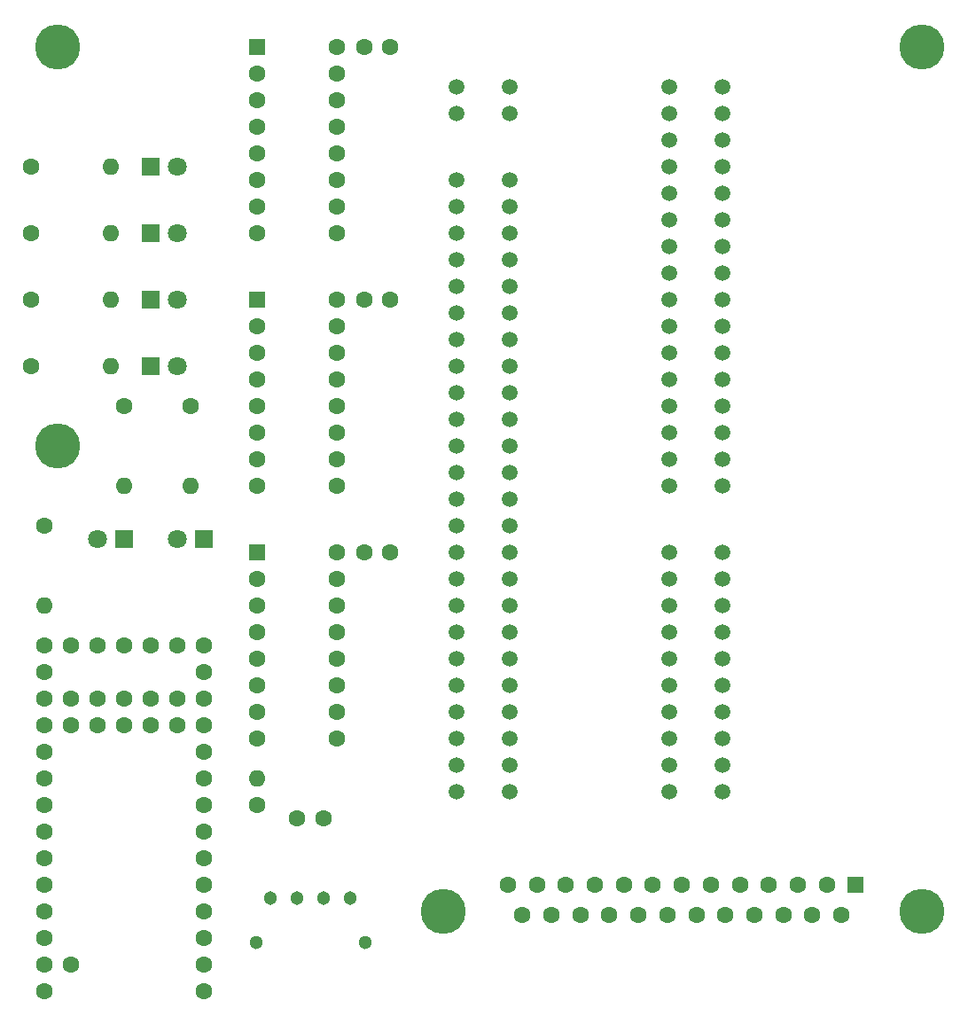
<source format=gbr>
%TF.GenerationSoftware,KiCad,Pcbnew,5.1.9-73d0e3b20d~88~ubuntu18.04.1*%
%TF.CreationDate,2021-04-18T22:58:03-04:00*%
%TF.ProjectId,spdif-decoder,73706469-662d-4646-9563-6f6465722e6b,rev?*%
%TF.SameCoordinates,Original*%
%TF.FileFunction,Soldermask,Top*%
%TF.FilePolarity,Negative*%
%FSLAX46Y46*%
G04 Gerber Fmt 4.6, Leading zero omitted, Abs format (unit mm)*
G04 Created by KiCad (PCBNEW 5.1.9-73d0e3b20d~88~ubuntu18.04.1) date 2021-04-18 22:58:03*
%MOMM*%
%LPD*%
G01*
G04 APERTURE LIST*
%ADD10C,4.300000*%
%ADD11C,1.600000*%
%ADD12R,1.600000X1.600000*%
%ADD13O,1.600000X1.600000*%
%ADD14C,1.500000*%
%ADD15C,1.300000*%
%ADD16C,1.303000*%
%ADD17C,1.800000*%
%ADD18R,1.800000X1.800000*%
G04 APERTURE END LIST*
D10*
%TO.C,REF\u002A\u002A*%
X144780000Y-153670000D03*
%TD*%
%TO.C,REF\u002A\u002A*%
X62230000Y-109220000D03*
%TD*%
%TO.C,REF\u002A\u002A*%
X144780000Y-71120000D03*
%TD*%
%TO.C,REF\u002A\u002A*%
X99060000Y-153670000D03*
%TD*%
%TO.C,REF\u002A\u002A*%
X62230000Y-71120000D03*
%TD*%
D11*
%TO.C,U1*%
X73660000Y-135890000D03*
X73660000Y-133350000D03*
X71120000Y-135890000D03*
X71120000Y-133350000D03*
X68580000Y-135890000D03*
X68580000Y-133350000D03*
X66040000Y-135890000D03*
X66040000Y-133350000D03*
X63500000Y-135890000D03*
X63500000Y-133350000D03*
X76200000Y-161290000D03*
X76200000Y-158750000D03*
X76200000Y-156210000D03*
X76200000Y-153670000D03*
X76200000Y-151130000D03*
X76200000Y-148590000D03*
X76200000Y-146050000D03*
X76200000Y-143510000D03*
X76200000Y-140970000D03*
X76200000Y-138430000D03*
X76200000Y-135890000D03*
X76200000Y-133350000D03*
X76200000Y-130810000D03*
X63500000Y-158750000D03*
X60960000Y-161290000D03*
X60960000Y-158750000D03*
X60960000Y-156210000D03*
X60960000Y-153670000D03*
X60960000Y-151130000D03*
X60960000Y-148590000D03*
X60960000Y-146050000D03*
X60960000Y-143510000D03*
X60960000Y-140970000D03*
X60960000Y-138430000D03*
X60960000Y-135890000D03*
X60960000Y-133350000D03*
X60960000Y-130810000D03*
X76200000Y-128270000D03*
X73660000Y-128270000D03*
X71120000Y-128270000D03*
X60960000Y-128270000D03*
X63500000Y-128270000D03*
X66040000Y-128270000D03*
X68580000Y-128270000D03*
%TD*%
%TO.C,U2*%
X88900000Y-88900000D03*
X81280000Y-88900000D03*
X88900000Y-71120000D03*
X88900000Y-73660000D03*
X88900000Y-76200000D03*
X88900000Y-78740000D03*
X88900000Y-81280000D03*
X88900000Y-83820000D03*
X88900000Y-86360000D03*
X81280000Y-86360000D03*
X81280000Y-83820000D03*
X81280000Y-81280000D03*
X81280000Y-78740000D03*
X81280000Y-76200000D03*
X81280000Y-73660000D03*
D12*
X81280000Y-71120000D03*
%TD*%
D11*
%TO.C,U3*%
X88900000Y-113030000D03*
X81280000Y-113030000D03*
X88900000Y-95250000D03*
X88900000Y-97790000D03*
X88900000Y-100330000D03*
X88900000Y-102870000D03*
X88900000Y-105410000D03*
X88900000Y-107950000D03*
X88900000Y-110490000D03*
X81280000Y-110490000D03*
X81280000Y-107950000D03*
X81280000Y-105410000D03*
X81280000Y-102870000D03*
X81280000Y-100330000D03*
X81280000Y-97790000D03*
D12*
X81280000Y-95250000D03*
%TD*%
D11*
%TO.C,U4*%
X88900000Y-137160000D03*
X81280000Y-137160000D03*
X88900000Y-119380000D03*
X88900000Y-121920000D03*
X88900000Y-124460000D03*
X88900000Y-127000000D03*
X88900000Y-129540000D03*
X88900000Y-132080000D03*
X88900000Y-134620000D03*
X81280000Y-134620000D03*
X81280000Y-132080000D03*
X81280000Y-129540000D03*
X81280000Y-127000000D03*
X81280000Y-124460000D03*
X81280000Y-121920000D03*
D12*
X81280000Y-119380000D03*
%TD*%
D11*
%TO.C,C3*%
X91480000Y-119380000D03*
X93980000Y-119380000D03*
%TD*%
D13*
%TO.C,L1*%
X81280000Y-140970000D03*
D11*
X81280000Y-143510000D03*
%TD*%
D13*
%TO.C,R7*%
X60960000Y-124460000D03*
D11*
X60960000Y-116840000D03*
%TD*%
D14*
%TO.C,J5*%
X125730000Y-113030000D03*
X120650000Y-113030000D03*
X125730000Y-110490000D03*
X120650000Y-110490000D03*
X125730000Y-107950000D03*
X120650000Y-107950000D03*
X125730000Y-105410000D03*
X120650000Y-105410000D03*
X125730000Y-102870000D03*
X120650000Y-102870000D03*
X125730000Y-100330000D03*
X120650000Y-100330000D03*
X125730000Y-97790000D03*
X120650000Y-97790000D03*
X125730000Y-95250000D03*
X120650000Y-95250000D03*
X125730000Y-92710000D03*
X120650000Y-92710000D03*
X125730000Y-90170000D03*
X120650000Y-90170000D03*
X125730000Y-87630000D03*
X120650000Y-87630000D03*
X125730000Y-85090000D03*
X120650000Y-85090000D03*
X125730000Y-82550000D03*
X120650000Y-82550000D03*
X125730000Y-80010000D03*
X120650000Y-80010000D03*
X125730000Y-77470000D03*
X120650000Y-77470000D03*
X125730000Y-74930000D03*
X120650000Y-74930000D03*
%TD*%
%TO.C,J3*%
X105410000Y-77470000D03*
X100330000Y-77470000D03*
X105410000Y-74930000D03*
X100330000Y-74930000D03*
%TD*%
%TO.C,J2*%
X105410000Y-142240000D03*
X100330000Y-142240000D03*
X105410000Y-139700000D03*
X100330000Y-139700000D03*
X105410000Y-137160000D03*
X100330000Y-137160000D03*
X105410000Y-134620000D03*
X100330000Y-134620000D03*
X105410000Y-132080000D03*
X100330000Y-132080000D03*
X105410000Y-129540000D03*
X100330000Y-129540000D03*
X105410000Y-127000000D03*
X100330000Y-127000000D03*
X105410000Y-124460000D03*
X100330000Y-124460000D03*
X105410000Y-121920000D03*
X100330000Y-121920000D03*
X105410000Y-119380000D03*
X100330000Y-119380000D03*
X105410000Y-116840000D03*
X100330000Y-116840000D03*
X105410000Y-114300000D03*
X100330000Y-114300000D03*
X105410000Y-111760000D03*
X100330000Y-111760000D03*
X105410000Y-109220000D03*
X100330000Y-109220000D03*
X105410000Y-106680000D03*
X100330000Y-106680000D03*
X105410000Y-104140000D03*
X100330000Y-104140000D03*
X105410000Y-101600000D03*
X100330000Y-101600000D03*
X105410000Y-99060000D03*
X100330000Y-99060000D03*
X105410000Y-96520000D03*
X100330000Y-96520000D03*
X105410000Y-93980000D03*
X100330000Y-93980000D03*
X105410000Y-91440000D03*
X100330000Y-91440000D03*
X105410000Y-88900000D03*
X100330000Y-88900000D03*
X105410000Y-86360000D03*
X100330000Y-86360000D03*
X105410000Y-83820000D03*
X100330000Y-83820000D03*
%TD*%
%TO.C,J6*%
X125730000Y-142240000D03*
X120650000Y-142240000D03*
X125730000Y-139700000D03*
X120650000Y-139700000D03*
X125730000Y-137160000D03*
X120650000Y-137160000D03*
X125730000Y-134620000D03*
X120650000Y-134620000D03*
X125730000Y-132080000D03*
X120650000Y-132080000D03*
X125730000Y-129540000D03*
X120650000Y-129540000D03*
X125730000Y-127000000D03*
X120650000Y-127000000D03*
X125730000Y-124460000D03*
X120650000Y-124460000D03*
X125730000Y-121920000D03*
X120650000Y-121920000D03*
X125730000Y-119380000D03*
X120650000Y-119380000D03*
%TD*%
D13*
%TO.C,R6*%
X74930000Y-113030000D03*
D11*
X74930000Y-105410000D03*
%TD*%
D13*
%TO.C,R5*%
X67310000Y-101600000D03*
D11*
X59690000Y-101600000D03*
%TD*%
D13*
%TO.C,R4*%
X67310000Y-95250000D03*
D11*
X59690000Y-95250000D03*
%TD*%
D13*
%TO.C,R3*%
X67310000Y-88900000D03*
D11*
X59690000Y-88900000D03*
%TD*%
D13*
%TO.C,R2*%
X67310000Y-82550000D03*
D11*
X59690000Y-82550000D03*
%TD*%
D13*
%TO.C,R1*%
X68580000Y-113030000D03*
D11*
X68580000Y-105410000D03*
%TD*%
%TO.C,J1*%
X106575000Y-153970000D03*
X109345000Y-153970000D03*
X112115000Y-153970000D03*
X114885000Y-153970000D03*
X117655000Y-153970000D03*
X120425000Y-153970000D03*
X123195000Y-153970000D03*
X125965000Y-153970000D03*
X128735000Y-153970000D03*
X131505000Y-153970000D03*
X134275000Y-153970000D03*
X137045000Y-153970000D03*
X105190000Y-151130000D03*
X107960000Y-151130000D03*
X110730000Y-151130000D03*
X113500000Y-151130000D03*
X116270000Y-151130000D03*
X119040000Y-151130000D03*
X121810000Y-151130000D03*
X124580000Y-151130000D03*
X127350000Y-151130000D03*
X130120000Y-151130000D03*
X132890000Y-151130000D03*
X135660000Y-151130000D03*
D12*
X138430000Y-151130000D03*
%TD*%
D15*
%TO.C,J8*%
X81160000Y-156600000D03*
X91560000Y-156600000D03*
D16*
X82550000Y-152400000D03*
X85090000Y-152400000D03*
X87630000Y-152400000D03*
X90170000Y-152400000D03*
%TD*%
D17*
%TO.C,D6*%
X73660000Y-118110000D03*
D18*
X76200000Y-118110000D03*
%TD*%
D17*
%TO.C,D5*%
X73660000Y-101600000D03*
D18*
X71120000Y-101600000D03*
%TD*%
D17*
%TO.C,D4*%
X73660000Y-95250000D03*
D18*
X71120000Y-95250000D03*
%TD*%
D17*
%TO.C,D3*%
X73660000Y-88900000D03*
D18*
X71120000Y-88900000D03*
%TD*%
D17*
%TO.C,D2*%
X73660000Y-82550000D03*
D18*
X71120000Y-82550000D03*
%TD*%
D17*
%TO.C,D1*%
X66040000Y-118110000D03*
D18*
X68580000Y-118110000D03*
%TD*%
D11*
%TO.C,C4*%
X85090000Y-144780000D03*
X87590000Y-144780000D03*
%TD*%
%TO.C,C2*%
X91480000Y-95250000D03*
X93980000Y-95250000D03*
%TD*%
%TO.C,C1*%
X91480000Y-71120000D03*
X93980000Y-71120000D03*
%TD*%
M02*

</source>
